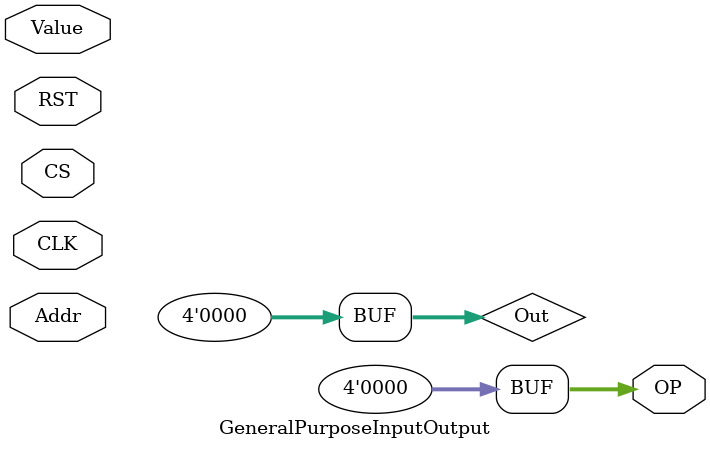
<source format=v>
module GeneralPurposeInputOutput(Addr,Value,CS,CLK,RST,OP);

//IO
input [1:0] Addr;
input Value;
input CS;
input CLK;
input RST;
output [3:0] OP;
//Registers
reg [3:0] Out;
//Assignments
	assign OP = Out;
//Function
	always @(RST) begin
		Out <= 4'd0;
	end
	always @(posedge CLK) begin
		if(CS == 1)
		begin
			case(Addr[1:0])
				2'b00: Out[0] <= Value;
				2'b01: Out[1] <= Value;
				2'b10: Out[2] <= Value;
				2'b11: Out[3] <= Value;
			endcase
		end
	end
endmodule	
</source>
